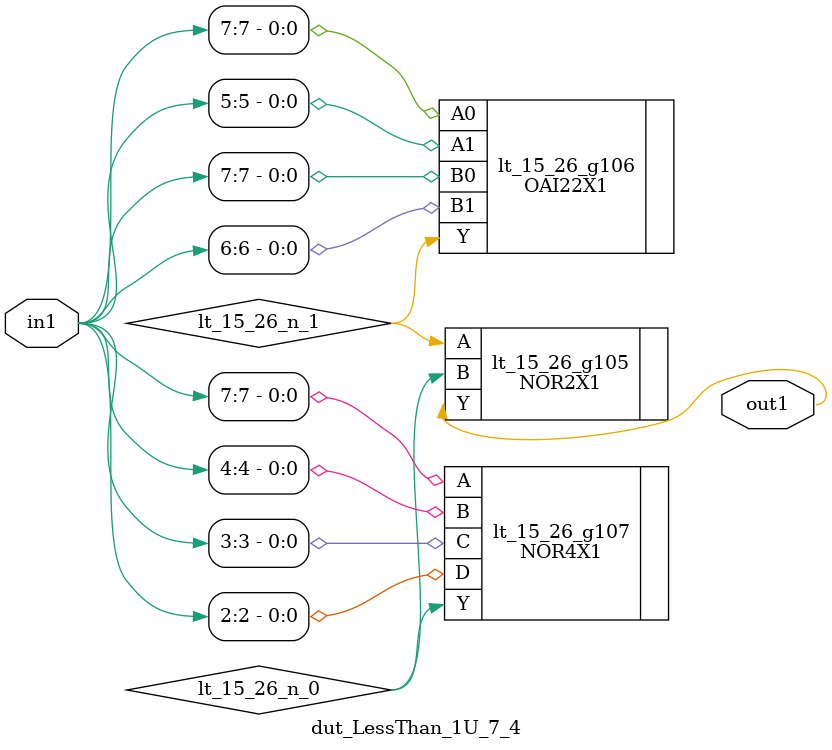
<source format=v>
`timescale 1ps / 1ps


module dut_LessThan_1U_7_4(in1, out1);
  input [7:0] in1;
  output out1;
  wire [7:0] in1;
  wire out1;
  wire lt_15_26_n_0, lt_15_26_n_1;
  NOR2X1 lt_15_26_g105(.A (lt_15_26_n_1), .B (lt_15_26_n_0), .Y (out1));
  OAI22X1 lt_15_26_g106(.A0 (in1[7]), .A1 (in1[5]), .B0 (in1[7]), .B1
       (in1[6]), .Y (lt_15_26_n_1));
  NOR4X1 lt_15_26_g107(.A (in1[7]), .B (in1[4]), .C (in1[3]), .D
       (in1[2]), .Y (lt_15_26_n_0));
endmodule



</source>
